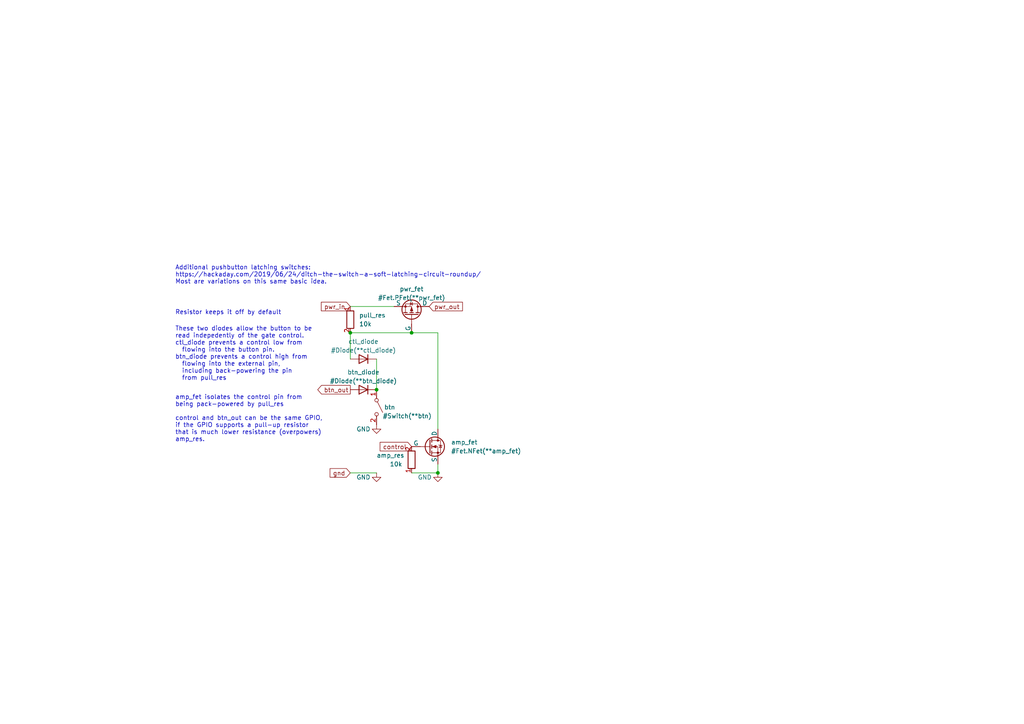
<source format=kicad_sch>
(kicad_sch (version 20211123) (generator eeschema)
  (paper "A4")
  (lib_symbols
    (symbol "D_1" (pin_numbers hide) (pin_names (offset 1.016) hide)
      (property "Reference" "D" (at 0 2.54 0))
      (property "Value" "D_1" (at 0 -2.54 0))
      (symbol "D_1_0_1"
        (polyline (pts (xy -1.27 1.27) (xy -1.27 -1.27)) (stroke (width 0.254)))
        (polyline (pts (xy 1.27 0) (xy -1.27 0)))
        (polyline (pts (xy 1.27 1.27) (xy 1.27 -1.27) (xy -1.27 0) (xy 1.27 1.27)) (stroke (width 0.254)))
      )
      (symbol "D_1_1_1"
        (pin passive line (at -3.81 0 0) (length 2.54) (name "K") (number "1"))
        (pin passive line (at 3.81 0 180) (length 2.54) (name "A") (number "2"))
      )
    )
    (symbol "Device:D" (pin_numbers hide) (pin_names (offset 1.016) hide)
      (property "Reference" "D" (at 0 2.54 0))
      (property "Value" "D" (at 0 -2.54 0))
      (symbol "D_0_1"
        (polyline (pts (xy -1.27 1.27) (xy -1.27 -1.27)) (stroke (width 0.254)))
        (polyline (pts (xy 1.27 0) (xy -1.27 0)))
        (polyline (pts (xy 1.27 1.27) (xy 1.27 -1.27) (xy -1.27 0) (xy 1.27 1.27)) (stroke (width 0.254)))
      )
      (symbol "D_1_1"
        (pin passive line (at -3.81 0 0) (length 2.54) (name "K") (number "1"))
        (pin passive line (at 3.81 0 180) (length 2.54) (name "A") (number "2"))
      )
    )
    (symbol "Device:Q_NMOS_DGS" (pin_numbers hide) (pin_names (offset 0))
      (property "Reference" "Q" (at 5.08 1.27 0))
      (property "Value" "Q_NMOS_DGS" (at 5.08 -1.27 0))
      (symbol "Q_NMOS_DGS_0_1"
        (polyline (pts (xy 0.254 0) (xy -2.54 0)))
        (polyline (pts (xy 0.254 1.905) (xy 0.254 -1.905)) (stroke (width 0.254)))
        (polyline (pts (xy 0.762 -1.27) (xy 0.762 -2.286)) (stroke (width 0.254)))
        (polyline (pts (xy 0.762 0.508) (xy 0.762 -0.508)) (stroke (width 0.254)))
        (polyline (pts (xy 0.762 2.286) (xy 0.762 1.27)) (stroke (width 0.254)))
        (polyline (pts (xy 2.54 2.54) (xy 2.54 1.778)))
        (polyline (pts (xy 2.54 -2.54) (xy 2.54 0) (xy 0.762 0)))
        (polyline (pts (xy 0.762 -1.778) (xy 3.302 -1.778) (xy 3.302 1.778) (xy 0.762 1.778)))
        (polyline (pts (xy 1.016 0) (xy 2.032 0.381) (xy 2.032 -0.381) (xy 1.016 0)) (fill (type outline)))
        (polyline (pts (xy 2.794 0.508) (xy 2.921 0.381) (xy 3.683 0.381) (xy 3.81 0.254)))
        (polyline (pts (xy 3.302 0.381) (xy 2.921 -0.254) (xy 3.683 -0.254) (xy 3.302 0.381)))
        (circle (center 1.651 0) (radius 2.794) (stroke (width 0.254)))
        (circle (center 2.54 -1.778) (radius 0.254) (fill (type outline)))
        (circle (center 2.54 1.778) (radius 0.254) (fill (type outline)))
      )
      (symbol "Q_NMOS_DGS_1_1"
        (pin passive line (at 2.54 5.08 270) (length 2.54) (name "D") (number "1"))
        (pin input line (at -5.08 0 0) (length 2.54) (name "G") (number "2"))
        (pin passive line (at 2.54 -5.08 90) (length 2.54) (name "S") (number "3"))
      )
    )
    (symbol "Device:Q_PMOS_DGS" (pin_numbers hide) (pin_names (offset 0))
      (property "Reference" "Q" (at 5.08 1.27 0))
      (property "Value" "Q_PMOS_DGS" (at 5.08 -1.27 0))
      (symbol "Q_PMOS_DGS_0_1"
        (polyline (pts (xy 0.254 0) (xy -2.54 0)))
        (polyline (pts (xy 0.254 1.905) (xy 0.254 -1.905)) (stroke (width 0.254)))
        (polyline (pts (xy 0.762 -1.27) (xy 0.762 -2.286)) (stroke (width 0.254)))
        (polyline (pts (xy 0.762 0.508) (xy 0.762 -0.508)) (stroke (width 0.254)))
        (polyline (pts (xy 0.762 2.286) (xy 0.762 1.27)) (stroke (width 0.254)))
        (polyline (pts (xy 2.54 2.54) (xy 2.54 1.778)))
        (polyline (pts (xy 2.54 -2.54) (xy 2.54 0) (xy 0.762 0)))
        (polyline (pts (xy 0.762 1.778) (xy 3.302 1.778) (xy 3.302 -1.778) (xy 0.762 -1.778)))
        (polyline (pts (xy 2.286 0) (xy 1.27 0.381) (xy 1.27 -0.381) (xy 2.286 0)) (fill (type outline)))
        (polyline (pts (xy 2.794 -0.508) (xy 2.921 -0.381) (xy 3.683 -0.381) (xy 3.81 -0.254)))
        (polyline (pts (xy 3.302 -0.381) (xy 2.921 0.254) (xy 3.683 0.254) (xy 3.302 -0.381)))
        (circle (center 1.651 0) (radius 2.794) (stroke (width 0.254)))
        (circle (center 2.54 -1.778) (radius 0.254) (fill (type outline)))
        (circle (center 2.54 1.778) (radius 0.254) (fill (type outline)))
      )
      (symbol "Q_PMOS_DGS_1_1"
        (pin passive line (at 2.54 5.08 270) (length 2.54) (name "D") (number "1"))
        (pin input line (at -5.08 0 0) (length 2.54) (name "G") (number "2"))
        (pin passive line (at 2.54 -5.08 90) (length 2.54) (name "S") (number "3"))
      )
    )
    (symbol "Device:R" (pin_names (offset 0) hide)
      (property "Reference" "R" (at 2.032 0 90))
      (property "Value" "R" (at 0 0 90))
      (symbol "R_0_1"
        (rectangle (start -1.016 -2.54) (end 1.016 2.54) (stroke (width 0.254)))
      )
      (symbol "R_1_1"
        (pin passive line (at 0 3.81 270) (length 1.27) (name "~") (number "1"))
        (pin passive line (at 0 -3.81 90) (length 1.27) (name "~") (number "2"))
      )
    )
    (symbol "R_1" (pin_names (offset 0) hide)
      (property "Reference" "R" (at 2.032 0 90))
      (property "Value" "R_1" (at 0 0 90))
      (symbol "R_1_0_1"
        (rectangle (start -1.016 -2.54) (end 1.016 2.54) (stroke (width 0.254)))
      )
      (symbol "R_1_1_1"
        (pin passive line (at 0 3.81 270) (length 1.27) (name "~") (number "1"))
        (pin passive line (at 0 -3.81 90) (length 1.27) (name "~") (number "2"))
      )
    )
    (symbol "Switch:SW_SPST" (pin_names (offset 0) hide)
      (property "Reference" "SW" (at 0 3.175 0))
      (property "Value" "SW_SPST" (at 0 -2.54 0))
      (symbol "SW_SPST_0_0"
        (circle (center -2.032 0) (radius 0.508))
        (polyline (pts (xy -1.524 0.254) (xy 1.524 1.778)))
        (circle (center 2.032 0) (radius 0.508))
      )
      (symbol "SW_SPST_1_1"
        (pin passive line (at -5.08 0 0) (length 2.54) (name "A") (number "1"))
        (pin passive line (at 5.08 0 180) (length 2.54) (name "B") (number "2"))
      )
    )
    (symbol "power:GND" (power) (pin_names (offset 0))
      (property "Value" "GND" (at 0 -3.81 0))
      (symbol "GND_0_1"
        (polyline (pts (xy 0 0) (xy 0 -1.27) (xy 1.27 -1.27) (xy 0 -2.54) (xy -1.27 -1.27) (xy 0 -1.27)))
      )
      (symbol "GND_1_1"
        (pin power_in line (at 0 0 270) (length 0) hide (name "GND") (number "1"))
      )
    )
  )
  (junction (at 127 137.16))
  (junction (at 101.6 96.52))
  (junction (at 119.38 96.52))
  (junction (at 109.22 113.03))
  (wire (pts (xy 127 137.16) (xy 127 134.62)))
  (wire (pts (xy 101.6 96.52) (xy 101.6 104.14)))
  (wire (pts (xy 101.6 88.9) (xy 114.3 88.9)))
  (wire (pts (xy 109.22 104.14) (xy 109.22 113.03)))
  (wire (pts (xy 119.38 96.52) (xy 127 96.52)))
  (wire (pts (xy 119.38 137.16) (xy 127 137.16)))
  (wire (pts (xy 127 96.52) (xy 127 124.46)))
  (wire (pts (xy 101.6 137.16) (xy 109.22 137.16)))
  (wire (pts (xy 101.6 96.52) (xy 119.38 96.52)))
  (text "Resistor keeps it off by default" (at 50.8 91.44 0) (effects (font (size 1.27 1.27)) (justify left bottom)))
  (text "Additional pushbutton latching switches:\nhttps://hackaday.com/2019/06/24/ditch-the-switch-a-soft-latching-circuit-roundup/\nMost are variations on this same basic idea." (at 50.8 82.55 0) (effects (font (size 1.27 1.27)) (justify left bottom)))
  (text "amp_fet isolates the control pin from\nbeing pack-powered by pull_res" (at 50.8 118.11 0) (effects (font (size 1.27 1.27)) (justify left bottom)))
  (text "These two diodes allow the button to be\nread indepedently of the gate control.\nctl_diode prevents a control low from\n  flowing into the button pin.\nbtn_diode prevents a control high from\n  flowing into the external pin,\n  including back-powering the pin\n  from pull_res" (at 50.8 110.49 0) (effects (font (size 1.27 1.27)) (justify left bottom)))
  (text "control and btn_out can be the same GPIO,\nif the GPIO supports a pull-up resistor\nthat is much lower resistance (overpowers)\namp_res." (at 50.8 128.27 0) (effects (font (size 1.27 1.27)) (justify left bottom)))
  (global_label "gnd" (shape input) (at 101.6 137.16 180) (property "Intersheet References" "${INTERSHEET_REFS}" (effects hide)))
  (global_label "control" (shape input) (at 119.38 129.54 180) (property "Intersheet References" "${INTERSHEET_REFS}" (effects hide)))
  (global_label "btn_out" (shape output) (at 101.6 113.03 180) (property "Intersheet References" "${INTERSHEET_REFS}" (effects hide)))
  (global_label "pwr_in" (shape input) (at 101.6 88.9 180) (property "Intersheet References" "${INTERSHEET_REFS}" (effects hide)))
  (global_label "pwr_out" (shape input) (at 124.46 88.9 0) (property "Intersheet References" "${INTERSHEET_REFS}" (effects hide)))
  (symbol (lib_id "Device:Q_PMOS_DGS") (at 119.38 91.44 270) (mirror x) (unit 1)
    (property "Reference" "pwr_fet" (at 119.38 83.82 90))
    (property "Value" "#Fet.PFet(**pwr_fet)" (at 119.38 86.36 90))
  )
  (symbol (lib_name "R_1") (lib_id "Device:R") (at 119.38 133.35 180) (unit 1)
    (property "Reference" "amp_res" (at 109.22 132.08 0) (effects (justify right)))
    (property "Value" "10k" (at 113.03 134.62 0) (effects (justify right)))
  )
  (symbol (lib_id "Device:Q_NMOS_DGS") (at 124.46 129.54 0) (unit 1)
    (property "Reference" "amp_fet" (at 130.81 128.2699 0) (effects (justify left)))
    (property "Value" "#Fet.NFet(**amp_fet)" (at 130.81 130.8099 0) (effects (justify left)))
  )
  (symbol (lib_id "Switch:SW_SPST") (at 109.22 118.11 270) (unit 1)
    (property "Reference" "btn" (at 113.03 118.11 90))
    (property "Value" "#Switch(**btn)" (at 118.11 120.65 90))
  )
  (symbol (lib_id "power:GND") (at 109.22 123.19 0) (unit 1)
    (property "Reference" "#PWR?" (effects hide))
    (property "Value" "GND" (at 105.41 124.46 0))
  )
  (symbol (lib_id "power:GND") (at 109.22 137.16 0) (unit 1)
    (property "Reference" "#PWR?" (effects hide))
    (property "Value" "GND" (at 105.41 138.43 0))
  )
  (symbol (lib_id "Device:R") (at 101.6 92.71 0) (unit 1)
    (property "Reference" "pull_res" (at 104.14 91.4399 0) (effects (justify left)))
    (property "Value" "10k" (at 104.14 93.9799 0) (effects (justify left)))
  )
  (symbol (lib_name "D_1") (lib_id "Device:D") (at 105.41 113.03 180) (unit 1)
    (property "Reference" "btn_diode" (at 105.41 107.95 0))
    (property "Value" "#Diode(**btn_diode)" (at 105.41 110.49 0))
  )
  (symbol (lib_id "power:GND") (at 127 137.16 0) (unit 1)
    (property "Reference" "#PWR?" (effects hide))
    (property "Value" "GND" (at 123.19 138.43 0))
  )
  (symbol (lib_id "Device:D") (at 105.41 104.14 180) (unit 1)
    (property "Reference" "ctl_diode" (at 105.41 99.06 0))
    (property "Value" "#Diode(**ctl_diode)" (at 105.41 101.6 0))
  )
)
</source>
